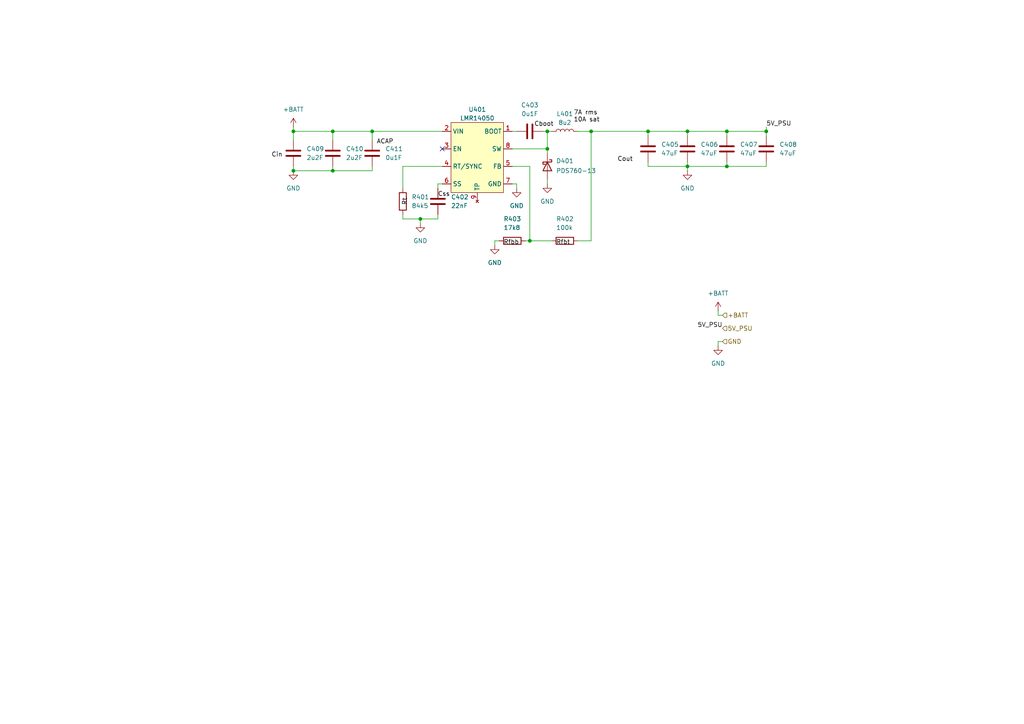
<source format=kicad_sch>
(kicad_sch (version 20230121) (generator eeschema)
  (paper "A4")
  (title_block (title "Power Regulation") (date "2024-01-17") (rev "V1.0") (comment 1 "Author: Pedro Henrique Germano Silva"))
  (lib_symbols
    (symbol "CUSTOM:LMR14050"
      (property "Reference" "U" (at -6.35 11.43 0))
      (property "Value" "LMR14050" (at 3.81 11.43 0))
      (symbol "LMR14050_1_1"
        (rectangle (start -7.62 10.16) (end 7.62 -10.16) (fill (type background)))
        (pin passive line (at 10.16 7.62 180) (length 2.54) (name "BOOT") (number "1"))
        (pin power_in line (at -10.16 7.62 0) (length 2.54) (name "VIN") (number "2"))
        (pin input line (at -10.16 2.54 0) (length 2.54) (name "EN") (number "3"))
        (pin passive line (at -10.16 -2.54 0) (length 2.54) (name "RT/SYNC") (number "4"))
        (pin input line (at 10.16 -2.54 180) (length 2.54) (name "FB") (number "5"))
        (pin passive line (at -10.16 -7.62 0) (length 2.54) (name "SS") (number "6"))
        (pin power_in line (at 10.16 -7.62 180) (length 2.54) (name "GND") (number "7"))
        (pin output line (at 10.16 2.54 180) (length 2.54) (name "SW") (number "8"))
        (pin no_connect line (at 0 -12.7 90) (length 2.54) (name "TP") (number "9"))
      )
    )
    (symbol "Device:C" (pin_numbers hide) (pin_names (offset 0.254))
      (property "Reference" "C" (at 0.635 2.54 0))
      (property "Value" "C" (at 0.635 -2.54 0))
      (symbol "C_0_1"
        (polyline (pts (xy -2.032 -0.762) (xy 2.032 -0.762)) (stroke (width 0.508)))
        (polyline (pts (xy -2.032 0.762) (xy 2.032 0.762)) (stroke (width 0.508)))
      )
      (symbol "C_1_1"
        (pin passive line (at 0 3.81 270) (length 2.794) (name "~") (number "1"))
        (pin passive line (at 0 -3.81 90) (length 2.794) (name "~") (number "2"))
      )
    )
    (symbol "Device:D_Schottky" (pin_numbers hide) (pin_names (offset 1.016) hide)
      (property "Reference" "D" (at 0 2.54 0))
      (property "Value" "D_Schottky" (at 0 -2.54 0))
      (symbol "D_Schottky_0_1"
        (polyline (pts (xy 1.27 0) (xy -1.27 0)))
        (polyline (pts (xy 1.27 1.27) (xy 1.27 -1.27) (xy -1.27 0) (xy 1.27 1.27)) (stroke (width 0.254)))
        (polyline (pts (xy -1.905 0.635) (xy -1.905 1.27) (xy -1.27 1.27) (xy -1.27 -1.27) (xy -0.635 -1.27) (xy -0.635 -0.635)) (stroke (width 0.254)))
      )
      (symbol "D_Schottky_1_1"
        (pin passive line (at -3.81 0 0) (length 2.54) (name "K") (number "1"))
        (pin passive line (at 3.81 0 180) (length 2.54) (name "A") (number "2"))
      )
    )
    (symbol "Device:L" (pin_numbers hide) (pin_names (offset 1.016) hide)
      (property "Reference" "L" (at -1.27 0 90))
      (property "Value" "L" (at 1.905 0 90))
      (symbol "L_0_1"
        (arc (start 0 -2.54) (mid 0.6323 -1.905) (end 0 -1.27))
        (arc (start 0 -1.27) (mid 0.6323 -0.635) (end 0 0))
        (arc (start 0 0) (mid 0.6323 0.635) (end 0 1.27))
        (arc (start 0 1.27) (mid 0.6323 1.905) (end 0 2.54))
      )
      (symbol "L_1_1"
        (pin passive line (at 0 3.81 270) (length 1.27) (name "1") (number "1"))
        (pin passive line (at 0 -3.81 90) (length 1.27) (name "2") (number "2"))
      )
    )
    (symbol "Device:R" (pin_numbers hide) (pin_names (offset 0))
      (property "Reference" "R" (at 2.032 0 90))
      (property "Value" "R" (at 0 0 90))
      (symbol "R_0_1"
        (rectangle (start -1.016 -2.54) (end 1.016 2.54) (stroke (width 0.254)))
      )
      (symbol "R_1_1"
        (pin passive line (at 0 3.81 270) (length 1.27) (name "~") (number "1"))
        (pin passive line (at 0 -3.81 90) (length 1.27) (name "~") (number "2"))
      )
    )
    (symbol "power:+BATT" (power) (pin_names (offset 0))
      (property "Value" "+BATT" (at 0 3.556 0))
      (symbol "+BATT_0_1"
        (polyline (pts (xy -0.762 1.27) (xy 0 2.54)))
        (polyline (pts (xy 0 0) (xy 0 2.54)))
        (polyline (pts (xy 0 2.54) (xy 0.762 1.27)))
      )
      (symbol "+BATT_1_1"
        (pin power_in line (at 0 0 90) (length 0) hide (name "+BATT") (number "1"))
      )
    )
    (symbol "power:GND" (power) (pin_names (offset 0))
      (property "Value" "GND" (at 0 -3.81 0))
      (symbol "GND_0_1"
        (polyline (pts (xy 0 0) (xy 0 -1.27) (xy 1.27 -1.27) (xy 0 -2.54) (xy -1.27 -1.27) (xy 0 -1.27)))
      )
      (symbol "GND_1_1"
        (pin power_in line (at 0 0 270) (length 0) hide (name "GND") (number "1"))
      )
    )
  )
  (junction (at 85.09 49.53))
  (junction (at 199.39 48.26))
  (junction (at 210.82 38.1))
  (junction (at 222.25 38.1))
  (junction (at 187.96 38.1))
  (junction (at 158.75 38.1))
  (junction (at 171.45 38.1))
  (junction (at 158.75 43.18))
  (junction (at 96.52 49.53))
  (junction (at 107.95 38.1))
  (junction (at 199.39 38.1))
  (junction (at 121.92 63.5))
  (junction (at 96.52 38.1))
  (junction (at 153.67 69.85))
  (junction (at 85.09 38.1))
  (junction (at 210.82 48.26))
  (no_connect (at 128.27 43.18))
  (wire (pts (xy 210.82 48.26) (xy 199.39 48.26)))
  (wire (pts (xy 210.82 38.1) (xy 210.82 39.37)))
  (wire (pts (xy 167.64 69.85) (xy 171.45 69.85)))
  (wire (pts (xy 187.96 46.99) (xy 187.96 48.26)))
  (wire (pts (xy 149.86 53.34) (xy 149.86 54.61)))
  (wire (pts (xy 121.92 63.5) (xy 121.92 64.77)))
  (wire (pts (xy 222.25 48.26) (xy 210.82 48.26)))
  (wire (pts (xy 127 53.34) (xy 127 54.61)))
  (wire (pts (xy 127 63.5) (xy 127 62.23)))
  (wire (pts (xy 171.45 38.1) (xy 187.96 38.1)))
  (wire (pts (xy 85.09 38.1) (xy 96.52 38.1)))
  (wire (pts (xy 128.27 48.26) (xy 116.84 48.26)))
  (wire (pts (xy 116.84 63.5) (xy 121.92 63.5)))
  (wire (pts (xy 116.84 62.23) (xy 116.84 63.5)))
  (wire (pts (xy 210.82 46.99) (xy 210.82 48.26)))
  (wire (pts (xy 121.92 63.5) (xy 127 63.5)))
  (wire (pts (xy 107.95 38.1) (xy 128.27 38.1)))
  (wire (pts (xy 222.25 46.99) (xy 222.25 48.26)))
  (wire (pts (xy 96.52 38.1) (xy 107.95 38.1)))
  (wire (pts (xy 157.48 38.1) (xy 158.75 38.1)))
  (wire (pts (xy 187.96 39.37) (xy 187.96 38.1)))
  (wire (pts (xy 209.55 99.06) (xy 208.28 99.06)))
  (wire (pts (xy 96.52 49.53) (xy 85.09 49.53)))
  (wire (pts (xy 153.67 69.85) (xy 160.02 69.85)))
  (wire (pts (xy 148.59 48.26) (xy 153.67 48.26)))
  (wire (pts (xy 210.82 38.1) (xy 222.25 38.1)))
  (wire (pts (xy 96.52 38.1) (xy 96.52 40.64)))
  (wire (pts (xy 208.28 91.44) (xy 209.55 91.44)))
  (wire (pts (xy 143.51 71.12) (xy 143.51 69.85)))
  (wire (pts (xy 96.52 48.26) (xy 96.52 49.53)))
  (wire (pts (xy 199.39 38.1) (xy 210.82 38.1)))
  (wire (pts (xy 158.75 38.1) (xy 160.02 38.1)))
  (wire (pts (xy 158.75 52.07) (xy 158.75 53.34)))
  (wire (pts (xy 187.96 38.1) (xy 199.39 38.1)))
  (wire (pts (xy 148.59 38.1) (xy 149.86 38.1)))
  (wire (pts (xy 127 53.34) (xy 128.27 53.34)))
  (wire (pts (xy 85.09 48.26) (xy 85.09 49.53)))
  (wire (pts (xy 158.75 44.45) (xy 158.75 43.18)))
  (wire (pts (xy 199.39 46.99) (xy 199.39 48.26)))
  (wire (pts (xy 199.39 39.37) (xy 199.39 38.1)))
  (wire (pts (xy 199.39 48.26) (xy 199.39 49.53)))
  (wire (pts (xy 187.96 48.26) (xy 199.39 48.26)))
  (wire (pts (xy 222.25 39.37) (xy 222.25 38.1)))
  (wire (pts (xy 153.67 48.26) (xy 153.67 69.85)))
  (wire (pts (xy 85.09 38.1) (xy 85.09 40.64)))
  (wire (pts (xy 107.95 38.1) (xy 107.95 40.64)))
  (wire (pts (xy 208.28 90.17) (xy 208.28 91.44)))
  (wire (pts (xy 148.59 43.18) (xy 158.75 43.18)))
  (wire (pts (xy 143.51 69.85) (xy 144.78 69.85)))
  (wire (pts (xy 116.84 48.26) (xy 116.84 54.61)))
  (wire (pts (xy 107.95 48.26) (xy 107.95 49.53)))
  (wire (pts (xy 208.28 99.06) (xy 208.28 100.33)))
  (wire (pts (xy 167.64 38.1) (xy 171.45 38.1)))
  (wire (pts (xy 85.09 36.83) (xy 85.09 38.1)))
  (wire (pts (xy 153.67 69.85) (xy 152.4 69.85)))
  (wire (pts (xy 148.59 53.34) (xy 149.86 53.34)))
  (wire (pts (xy 158.75 38.1) (xy 158.75 43.18)))
  (wire (pts (xy 222.25 36.83) (xy 222.25 38.1)))
  (wire (pts (xy 171.45 38.1) (xy 171.45 69.85)))
  (wire (pts (xy 107.95 49.53) (xy 96.52 49.53)))
  (text "7A rms\n10A sat" (at 166.37 35.56 0) (effects (font (size 1.27 1.27)) (justify left bottom)))
  (text "Cout" (at 179.07 46.99 0) (effects (font (size 1.27 1.27)) (justify left bottom)))
  (text "Cboot" (at 154.94 36.83 0) (effects (font (size 1.27 1.27)) (justify left bottom)))
  (text "ACAP" (at 109.22 41.91 0) (effects (font (size 1.27 1.27)) (justify left bottom)))
  (text "Cin" (at 78.74 45.72 0) (effects (font (size 1.27 1.27)) (justify left bottom)))
  (text "Css" (at 127 57.15 0) (effects (font (size 1.27 1.27)) (justify left bottom)))
  (text "Rt" (at 118.11 59.69 90) (effects (font (size 1.27 1.27)) (justify left bottom)))
  (text "Rfbt" (at 161.29 71.12 0) (effects (font (size 1.27 1.27)) (justify left bottom)))
  (text "Rfbb" (at 146.05 71.12 0) (effects (font (size 1.27 1.27)) (justify left bottom)))
  (label "5V_PSU" (at 222.25 36.83 0))
  (label "5V_PSU" (at 209.55 95.25 180))
  (hierarchical_label "5V_PSU" (shape input) (at 209.55 95.25 0))
  (hierarchical_label "GND" (shape input) (at 209.55 99.06 0))
  (hierarchical_label "+BATT" (shape input) (at 209.55 91.44 0))
  (symbol (lib_id "Device:L") (at 163.83 38.1 90) (unit 1)
    (property "Reference" "L401" (at 163.83 33.02 90))
    (property "Value" "8u2" (at 163.83 35.56 90))
    (property "Footprint" "Inductor_SMD:L_10.4x10.4_H4.8" (effects hide))
    (property "LCSC" "C2847563" (effects hide))
  )
  (symbol (lib_id "Device:C") (at 222.25 43.18 0) (unit 1)
    (property "Reference" "C408" (at 226.06 41.9099 0) (effects (justify left)))
    (property "Value" "47uF" (at 226.06 44.4499 0) (effects (justify left)))
    (property "Footprint" "Capacitor_SMD:C_0805_2012Metric" (effects hide))
    (property "LCSC" "C7472975" (effects hide))
  )
  (symbol (lib_id "Device:C") (at 187.96 43.18 0) (unit 1)
    (property "Reference" "C405" (at 191.77 41.9099 0) (effects (justify left)))
    (property "Value" "47uF" (at 191.77 44.4499 0) (effects (justify left)))
    (property "Footprint" "Capacitor_SMD:C_0805_2012Metric" (effects hide))
    (property "LCSC" "C7472975" (effects hide))
  )
  (symbol (lib_id "Device:C") (at 210.82 43.18 0) (unit 1)
    (property "Reference" "C407" (at 214.63 41.9099 0) (effects (justify left)))
    (property "Value" "47uF" (at 214.63 44.4499 0) (effects (justify left)))
    (property "Footprint" "Capacitor_SMD:C_0805_2012Metric" (effects hide))
    (property "LCSC" "C7472975" (effects hide))
  )
  (symbol (lib_id "power:GND") (at 158.75 53.34 0) (unit 1)
    (property "Reference" "#PWR0407" (effects hide))
    (property "Value" "GND" (at 158.75 58.42 0))
  )
  (symbol (lib_id "Device:R") (at 163.83 69.85 270) (unit 1)
    (property "Reference" "R402" (at 161.29 63.5 90) (effects (justify left)))
    (property "Value" "100k" (at 161.29 66.04 90) (effects (justify left)))
    (property "Footprint" "Resistor_SMD:R_0805_2012Metric" (effects hide))
    (property "LCSC" "C2763792" (effects hide))
  )
  (symbol (lib_id "Device:C") (at 96.52 44.45 0) (unit 1)
    (property "Reference" "C410" (at 100.33 43.1799 0) (effects (justify left)))
    (property "Value" "2u2F" (at 100.33 45.7199 0) (effects (justify left)))
    (property "Footprint" "Capacitor_SMD:C_1206_3216Metric" (effects hide))
    (property "LCSC" "C577211" (effects hide))
  )
  (symbol (lib_id "Device:C") (at 153.67 38.1 90) (unit 1)
    (property "Reference" "C403" (at 153.67 30.48 90))
    (property "Value" "0u1F" (at 153.67 33.02 90))
    (property "Footprint" "Capacitor_SMD:C_0805_2012Metric" (effects hide))
    (property "LCSC" "C89258" (effects hide))
  )
  (symbol (lib_id "Device:C") (at 85.09 44.45 0) (unit 1)
    (property "Reference" "C409" (at 88.9 43.1799 0) (effects (justify left)))
    (property "Value" "2u2F" (at 88.9 45.7199 0) (effects (justify left)))
    (property "Footprint" "Capacitor_SMD:C_1206_3216Metric" (effects hide))
    (property "LCSC" "C577211" (effects hide))
  )
  (symbol (lib_id "power:GND") (at 143.51 71.12 0) (unit 1)
    (property "Reference" "#PWR0406" (effects hide))
    (property "Value" "GND" (at 143.51 76.2 0))
  )
  (symbol (lib_id "power:GND") (at 85.09 49.53 0) (unit 1)
    (property "Reference" "#PWR0401" (effects hide))
    (property "Value" "GND" (at 85.09 54.61 0))
  )
  (symbol (lib_id "Device:C") (at 107.95 44.45 0) (unit 1)
    (property "Reference" "C411" (at 111.76 43.1799 0) (effects (justify left)))
    (property "Value" "0u1F" (at 111.76 45.7199 0) (effects (justify left)))
    (property "Footprint" "Capacitor_SMD:C_0805_2012Metric" (effects hide))
    (property "LCSC" "C89258" (effects hide))
  )
  (symbol (lib_id "power:GND") (at 149.86 54.61 0) (unit 1)
    (property "Reference" "#PWR0404" (effects hide))
    (property "Value" "GND" (at 149.86 59.69 0))
  )
  (symbol (lib_id "CUSTOM:LMR14050") (at 138.43 45.72 0) (unit 1)
    (property "Reference" "U401" (at 138.43 31.75 0))
    (property "Value" "LMR14050" (at 138.43 34.29 0))
    (property "Footprint" "Package_SO:Texas_R-PDSO-G8_EP2.95x4.9mm_Mask2.4x3.1mm_ThermalVias" (effects hide))
    (property "LCSC" "C155484" (effects hide))
  )
  (symbol (lib_id "Device:D_Schottky") (at 158.75 48.26 270) (unit 1)
    (property "Reference" "D401" (at 161.29 46.6724 90) (effects (justify left)))
    (property "Value" "PDS760-13" (at 161.29 49.53 90) (effects (justify left)))
    (property "Footprint" "Diode_SMD:D_PowerDI-5" (effects hide))
    (property "LCSC" "C96113" (effects hide))
  )
  (symbol (lib_id "power:+BATT") (at 208.28 90.17 0) (unit 1)
    (property "Reference" "#PWR0408" (effects hide))
    (property "Value" "+BATT" (at 208.28 85.09 0))
  )
  (symbol (lib_id "power:GND") (at 199.39 49.53 0) (unit 1)
    (property "Reference" "#PWR0405" (effects hide))
    (property "Value" "GND" (at 199.39 54.61 0))
  )
  (symbol (lib_id "Device:C") (at 199.39 43.18 0) (unit 1)
    (property "Reference" "C406" (at 203.2 41.9099 0) (effects (justify left)))
    (property "Value" "47uF" (at 203.2 44.4499 0) (effects (justify left)))
    (property "Footprint" "Capacitor_SMD:C_0805_2012Metric" (effects hide))
    (property "LCSC" "C7472975" (effects hide))
  )
  (symbol (lib_id "power:+BATT") (at 85.09 36.83 0) (unit 1)
    (property "Reference" "#PWR0402" (effects hide))
    (property "Value" "+BATT" (at 85.09 31.75 0))
  )
  (symbol (lib_id "power:GND") (at 121.92 64.77 0) (unit 1)
    (property "Reference" "#PWR0403" (effects hide))
    (property "Value" "GND" (at 121.92 69.85 0))
  )
  (symbol (lib_id "Device:C") (at 127 58.42 0) (unit 1)
    (property "Reference" "C402" (at 130.81 57.1499 0) (effects (justify left)))
    (property "Value" "22nF" (at 130.81 59.6899 0) (effects (justify left)))
    (property "Footprint" "Capacitor_SMD:C_0805_2012Metric" (effects hide))
    (property "LCSC" "C107137" (effects hide))
  )
  (symbol (lib_id "power:GND") (at 208.28 100.33 0) (unit 1)
    (property "Reference" "#PWR0409" (effects hide))
    (property "Value" "GND" (at 208.28 105.41 0))
  )
  (symbol (lib_id "Device:R") (at 148.59 69.85 270) (unit 1)
    (property "Reference" "R403" (at 146.05 63.5 90) (effects (justify left)))
    (property "Value" "17k8" (at 146.05 66.04 90) (effects (justify left)))
    (property "Footprint" "Capacitor_SMD:C_0805_2012Metric" (effects hide))
    (property "LCSC" "C413729" (effects hide))
  )
  (symbol (lib_id "Device:R") (at 116.84 58.42 0) (unit 1)
    (property "Reference" "R401" (at 119.38 57.1499 0) (effects (justify left)))
    (property "Value" "84k5" (at 119.38 59.6899 0) (effects (justify left)))
    (property "Footprint" "Capacitor_SMD:C_0805_2012Metric" (effects hide))
    (property "LCSC" "C17842" (effects hide))
  )
)
</source>
